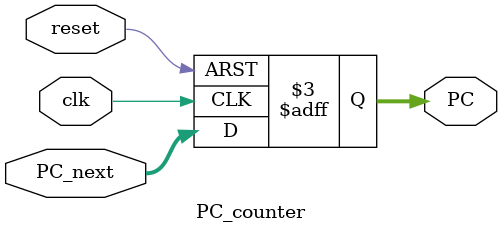
<source format=v>
`timescale 1ns / 1ps

module PC_counter(
    input [31:0] PC_next,
    input clk, reset,
    output reg [31:0] PC
    );
    always@(posedge clk ,negedge reset) begin
        if(~reset) begin
        PC <= {32{1'b0}};
        end
        else begin
        PC <= PC_next;
        end
    end
endmodule

</source>
